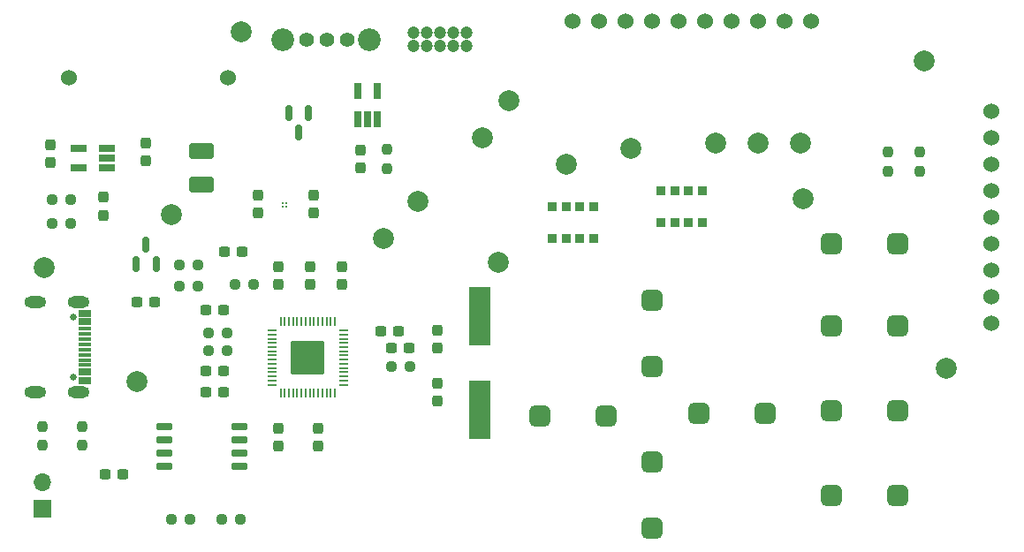
<source format=gbr>
%TF.GenerationSoftware,KiCad,Pcbnew,(6.0.5)*%
%TF.CreationDate,2022-08-05T12:45:28-07:00*%
%TF.ProjectId,RFIDice_V0_revised,52464944-6963-4655-9f56-305f72657669,rev?*%
%TF.SameCoordinates,Original*%
%TF.FileFunction,Soldermask,Top*%
%TF.FilePolarity,Negative*%
%FSLAX46Y46*%
G04 Gerber Fmt 4.6, Leading zero omitted, Abs format (unit mm)*
G04 Created by KiCad (PCBNEW (6.0.5)) date 2022-08-05 12:45:28*
%MOMM*%
%LPD*%
G01*
G04 APERTURE LIST*
G04 Aperture macros list*
%AMRoundRect*
0 Rectangle with rounded corners*
0 $1 Rounding radius*
0 $2 $3 $4 $5 $6 $7 $8 $9 X,Y pos of 4 corners*
0 Add a 4 corners polygon primitive as box body*
4,1,4,$2,$3,$4,$5,$6,$7,$8,$9,$2,$3,0*
0 Add four circle primitives for the rounded corners*
1,1,$1+$1,$2,$3*
1,1,$1+$1,$4,$5*
1,1,$1+$1,$6,$7*
1,1,$1+$1,$8,$9*
0 Add four rect primitives between the rounded corners*
20,1,$1+$1,$2,$3,$4,$5,0*
20,1,$1+$1,$4,$5,$6,$7,0*
20,1,$1+$1,$6,$7,$8,$9,0*
20,1,$1+$1,$8,$9,$2,$3,0*%
G04 Aperture macros list end*
%ADD10C,0.650000*%
%ADD11RoundRect,0.050800X-0.575000X0.287500X-0.575000X-0.287500X0.575000X-0.287500X0.575000X0.287500X0*%
%ADD12RoundRect,0.050800X-0.575000X0.137500X-0.575000X-0.137500X0.575000X-0.137500X0.575000X0.137500X0*%
%ADD13O,2.101600X1.101600*%
%ADD14R,0.900000X0.900000*%
%ADD15RoundRect,0.237500X0.237500X-0.250000X0.237500X0.250000X-0.237500X0.250000X-0.237500X-0.250000X0*%
%ADD16RoundRect,0.500000X-0.500000X-0.500000X0.500000X-0.500000X0.500000X0.500000X-0.500000X0.500000X0*%
%ADD17C,2.000000*%
%ADD18RoundRect,0.237500X0.300000X0.237500X-0.300000X0.237500X-0.300000X-0.237500X0.300000X-0.237500X0*%
%ADD19RoundRect,0.237500X0.250000X0.237500X-0.250000X0.237500X-0.250000X-0.237500X0.250000X-0.237500X0*%
%ADD20R,0.152400X0.152400*%
%ADD21RoundRect,0.237500X-0.237500X0.300000X-0.237500X-0.300000X0.237500X-0.300000X0.237500X0.300000X0*%
%ADD22RoundRect,0.237500X0.237500X-0.300000X0.237500X0.300000X-0.237500X0.300000X-0.237500X-0.300000X0*%
%ADD23C,1.524000*%
%ADD24RoundRect,0.150000X-0.150000X0.587500X-0.150000X-0.587500X0.150000X-0.587500X0.150000X0.587500X0*%
%ADD25RoundRect,0.150000X0.150000X-0.587500X0.150000X0.587500X-0.150000X0.587500X-0.150000X-0.587500X0*%
%ADD26RoundRect,0.237500X-0.250000X-0.237500X0.250000X-0.237500X0.250000X0.237500X-0.250000X0.237500X0*%
%ADD27RoundRect,0.237500X-0.237500X0.287500X-0.237500X-0.287500X0.237500X-0.287500X0.237500X0.287500X0*%
%ADD28RoundRect,0.500000X0.500000X-0.500000X0.500000X0.500000X-0.500000X0.500000X-0.500000X-0.500000X0*%
%ADD29RoundRect,0.150000X0.650000X0.150000X-0.650000X0.150000X-0.650000X-0.150000X0.650000X-0.150000X0*%
%ADD30RoundRect,0.237500X-0.300000X-0.237500X0.300000X-0.237500X0.300000X0.237500X-0.300000X0.237500X0*%
%ADD31C,1.422400*%
%ADD32C,2.184400*%
%ADD33RoundRect,0.500000X0.500000X0.500000X-0.500000X0.500000X-0.500000X-0.500000X0.500000X-0.500000X0*%
%ADD34RoundRect,0.500000X-0.500000X0.500000X-0.500000X-0.500000X0.500000X-0.500000X0.500000X0.500000X0*%
%ADD35R,1.560000X0.650000*%
%ADD36RoundRect,0.250001X-0.924999X0.499999X-0.924999X-0.499999X0.924999X-0.499999X0.924999X0.499999X0*%
%ADD37C,1.203200*%
%ADD38RoundRect,0.050000X0.050000X-0.387500X0.050000X0.387500X-0.050000X0.387500X-0.050000X-0.387500X0*%
%ADD39RoundRect,0.050000X0.387500X-0.050000X0.387500X0.050000X-0.387500X0.050000X-0.387500X-0.050000X0*%
%ADD40RoundRect,0.144000X1.456000X-1.456000X1.456000X1.456000X-1.456000X1.456000X-1.456000X-1.456000X0*%
%ADD41R,1.700000X1.700000*%
%ADD42O,1.700000X1.700000*%
%ADD43R,0.650000X1.560000*%
%ADD44R,2.100000X5.600000*%
G04 APERTURE END LIST*
D10*
%TO.C,X1*%
X82480000Y-80930000D03*
X82480000Y-86710000D03*
D11*
X83555000Y-80620000D03*
X83555000Y-81420000D03*
D12*
X83555000Y-82570000D03*
X83555000Y-83570000D03*
X83555000Y-84070000D03*
X83555000Y-85070000D03*
D11*
X83555000Y-87020000D03*
X83555000Y-86220000D03*
D12*
X83555000Y-85570000D03*
X83555000Y-84570000D03*
X83555000Y-83070000D03*
X83555000Y-82070000D03*
D13*
X82980000Y-79500000D03*
X82980000Y-88140000D03*
X78800000Y-79500000D03*
X78800000Y-88140000D03*
%TD*%
D14*
%TO.C,RN2*%
X128302000Y-73382000D03*
X129642000Y-73382000D03*
X130962000Y-73382000D03*
X132302000Y-73382000D03*
X132302000Y-70382000D03*
X130962000Y-70382000D03*
X129642000Y-70382000D03*
X128302000Y-70382000D03*
%TD*%
%TO.C,RN1*%
X138716000Y-71858000D03*
X140056000Y-71858000D03*
X141376000Y-71858000D03*
X142716000Y-71858000D03*
X142716000Y-68858000D03*
X141376000Y-68858000D03*
X140056000Y-68858000D03*
X138716000Y-68858000D03*
%TD*%
D15*
%TO.C,R7*%
X112522000Y-66698500D03*
X112522000Y-64873500D03*
%TD*%
D16*
%TO.C,SW8*%
X155067000Y-81788000D03*
X161417000Y-81788000D03*
%TD*%
D17*
%TO.C,TP13*%
X163957000Y-56388000D03*
%TD*%
%TO.C,TP12*%
X152400000Y-69596000D03*
%TD*%
%TO.C,TP16*%
X121666000Y-63754000D03*
%TD*%
%TO.C,TP2*%
X79629000Y-76200000D03*
%TD*%
%TO.C,TP7*%
X124206000Y-60198000D03*
%TD*%
D18*
%TO.C,C9*%
X98652500Y-74676000D03*
X96927500Y-74676000D03*
%TD*%
D17*
%TO.C,TP9*%
X144018000Y-64262000D03*
%TD*%
D19*
%TO.C,R15*%
X99718500Y-77855508D03*
X97893500Y-77855508D03*
%TD*%
D20*
%TO.C,U5*%
X102491800Y-70055994D03*
X102841800Y-70055994D03*
X102491800Y-70406006D03*
X102841800Y-70406006D03*
%TD*%
D21*
%TO.C,C12*%
X105918000Y-91593500D03*
X105918000Y-93318500D03*
%TD*%
D22*
%TO.C,C8*%
X105156000Y-77824500D03*
X105156000Y-76099500D03*
%TD*%
D23*
%TO.C,BT1*%
X97282000Y-58039000D03*
X82042000Y-58039000D03*
%TD*%
D18*
%TO.C,C21*%
X90270500Y-79502000D03*
X88545500Y-79502000D03*
%TD*%
D21*
%TO.C,C4*%
X105460800Y-69241500D03*
X105460800Y-70966500D03*
%TD*%
D24*
%TO.C,Q1*%
X104963000Y-61419500D03*
X103063000Y-61419500D03*
X104013000Y-63294500D03*
%TD*%
D19*
%TO.C,R14*%
X94384500Y-77978000D03*
X92559500Y-77978000D03*
%TD*%
D17*
%TO.C,TP10*%
X148082000Y-64262000D03*
%TD*%
%TO.C,TP15*%
X115443000Y-69850000D03*
%TD*%
D18*
%TO.C,C7*%
X96874500Y-80264000D03*
X95149500Y-80264000D03*
%TD*%
D23*
%TO.C,U2*%
X170434000Y-61214000D03*
X170434000Y-63754000D03*
X170434000Y-66294000D03*
X170434000Y-68834000D03*
X170434000Y-71374000D03*
X170434000Y-73914000D03*
X170434000Y-76454000D03*
X170434000Y-78994000D03*
X170434000Y-81534000D03*
%TD*%
D22*
%TO.C,C19*%
X117348000Y-83920500D03*
X117348000Y-82195500D03*
%TD*%
%TO.C,C14*%
X108204000Y-77824500D03*
X108204000Y-76099500D03*
%TD*%
D21*
%TO.C,C18*%
X117348000Y-87275500D03*
X117348000Y-89000500D03*
%TD*%
D17*
%TO.C,TP14*%
X166116000Y-85852000D03*
%TD*%
D25*
%TO.C,U3*%
X88458000Y-75867500D03*
X90358000Y-75867500D03*
X89408000Y-73992500D03*
%TD*%
D19*
%TO.C,R1*%
X82192500Y-69723000D03*
X80367500Y-69723000D03*
%TD*%
%TO.C,R4*%
X97203900Y-82499200D03*
X95378900Y-82499200D03*
%TD*%
D26*
%TO.C,R5*%
X96623500Y-100330000D03*
X98448500Y-100330000D03*
%TD*%
D27*
%TO.C,D1*%
X85344000Y-69483000D03*
X85344000Y-71233000D03*
%TD*%
D28*
%TO.C,SW4*%
X137922000Y-101219000D03*
X137922000Y-94869000D03*
%TD*%
D29*
%TO.C,U7*%
X98342000Y-95250000D03*
X98342000Y-93980000D03*
X98342000Y-92710000D03*
X98342000Y-91440000D03*
X91142000Y-91440000D03*
X91142000Y-92710000D03*
X91142000Y-93980000D03*
X91142000Y-95250000D03*
%TD*%
D16*
%TO.C,SW6*%
X155067000Y-98044000D03*
X161417000Y-98044000D03*
%TD*%
D30*
%TO.C,C15*%
X112929500Y-83947000D03*
X114654500Y-83947000D03*
%TD*%
D19*
%TO.C,R3*%
X97203900Y-84150200D03*
X95378900Y-84150200D03*
%TD*%
D18*
%TO.C,C6*%
X96874500Y-88138000D03*
X95149500Y-88138000D03*
%TD*%
D16*
%TO.C,SW9*%
X155067000Y-73914000D03*
X161417000Y-73914000D03*
%TD*%
D26*
%TO.C,R13*%
X92559500Y-75946000D03*
X94384500Y-75946000D03*
%TD*%
D17*
%TO.C,TP3*%
X88519000Y-87122000D03*
%TD*%
D19*
%TO.C,R8*%
X114704500Y-85725000D03*
X112879500Y-85725000D03*
%TD*%
D31*
%TO.C,SW1*%
X108712004Y-54356000D03*
X106712004Y-54356000D03*
X104812004Y-54356000D03*
D32*
X110812004Y-54356000D03*
X102512004Y-54356000D03*
%TD*%
D26*
%TO.C,R2*%
X80367500Y-72009000D03*
X82192500Y-72009000D03*
%TD*%
D33*
%TO.C,SW5*%
X148717000Y-90170000D03*
X142367000Y-90170000D03*
%TD*%
D34*
%TO.C,SW2*%
X137922000Y-79375000D03*
X137922000Y-85725000D03*
%TD*%
D17*
%TO.C,TP4*%
X98552000Y-53594000D03*
%TD*%
%TO.C,TP5*%
X129667000Y-66294000D03*
%TD*%
D26*
%TO.C,R6*%
X91797500Y-100330000D03*
X93622500Y-100330000D03*
%TD*%
D35*
%TO.C,U1*%
X85678000Y-66675000D03*
X85678000Y-65725000D03*
X85678000Y-64775000D03*
X82978000Y-64775000D03*
X82978000Y-66675000D03*
%TD*%
D17*
%TO.C,TP11*%
X152146000Y-64262000D03*
%TD*%
%TO.C,TP1*%
X112141000Y-73406000D03*
%TD*%
D15*
%TO.C,R11*%
X160528000Y-66952500D03*
X160528000Y-65127500D03*
%TD*%
D36*
%TO.C,C20*%
X94742000Y-65050000D03*
X94742000Y-68300000D03*
%TD*%
D18*
%TO.C,C11*%
X96874500Y-86106000D03*
X95149500Y-86106000D03*
%TD*%
D37*
%TO.C,J2*%
X120142000Y-53721000D03*
X120142000Y-54991000D03*
X118872000Y-53721000D03*
X118872000Y-54991000D03*
X117602000Y-53721000D03*
X117602000Y-54991000D03*
X116332000Y-53721000D03*
X116332000Y-54991000D03*
X115062000Y-53721000D03*
X115062000Y-54991000D03*
%TD*%
D21*
%TO.C,C3*%
X100126800Y-69241500D03*
X100126800Y-70966500D03*
%TD*%
D38*
%TO.C,U6*%
X102302000Y-88273500D03*
X102702000Y-88273500D03*
X103102000Y-88273500D03*
X103502000Y-88273500D03*
X103902000Y-88273500D03*
X104302000Y-88273500D03*
X104702000Y-88273500D03*
X105102000Y-88273500D03*
X105502000Y-88273500D03*
X105902000Y-88273500D03*
X106302000Y-88273500D03*
X106702000Y-88273500D03*
X107102000Y-88273500D03*
X107502000Y-88273500D03*
D39*
X108339500Y-87436000D03*
X108339500Y-87036000D03*
X108339500Y-86636000D03*
X108339500Y-86236000D03*
X108339500Y-85836000D03*
X108339500Y-85436000D03*
X108339500Y-85036000D03*
X108339500Y-84636000D03*
X108339500Y-84236000D03*
X108339500Y-83836000D03*
X108339500Y-83436000D03*
X108339500Y-83036000D03*
X108339500Y-82636000D03*
X108339500Y-82236000D03*
D38*
X107502000Y-81398500D03*
X107102000Y-81398500D03*
X106702000Y-81398500D03*
X106302000Y-81398500D03*
X105902000Y-81398500D03*
X105502000Y-81398500D03*
X105102000Y-81398500D03*
X104702000Y-81398500D03*
X104302000Y-81398500D03*
X103902000Y-81398500D03*
X103502000Y-81398500D03*
X103102000Y-81398500D03*
X102702000Y-81398500D03*
X102302000Y-81398500D03*
D39*
X101464500Y-82236000D03*
X101464500Y-82636000D03*
X101464500Y-83036000D03*
X101464500Y-83436000D03*
X101464500Y-83836000D03*
X101464500Y-84236000D03*
X101464500Y-84636000D03*
X101464500Y-85036000D03*
X101464500Y-85436000D03*
X101464500Y-85836000D03*
X101464500Y-86236000D03*
X101464500Y-86636000D03*
X101464500Y-87036000D03*
X101464500Y-87436000D03*
D40*
X104902000Y-84836000D03*
%TD*%
D16*
%TO.C,SW7*%
X155067000Y-89916000D03*
X161417000Y-89916000D03*
%TD*%
%TO.C,SW3*%
X127127000Y-90424000D03*
X133477000Y-90424000D03*
%TD*%
D41*
%TO.C,J1*%
X79502000Y-99314000D03*
D42*
X79502000Y-96774000D03*
%TD*%
D43*
%TO.C,U4*%
X109669500Y-61976000D03*
X110619500Y-61976000D03*
X111569500Y-61976000D03*
X111569500Y-59276000D03*
X109669500Y-59276000D03*
%TD*%
D18*
%TO.C,C16*%
X87222500Y-96012000D03*
X85497500Y-96012000D03*
%TD*%
D15*
%TO.C,R10*%
X79502000Y-93241500D03*
X79502000Y-91416500D03*
%TD*%
%TO.C,R12*%
X163576000Y-66952500D03*
X163576000Y-65127500D03*
%TD*%
D21*
%TO.C,C1*%
X80264000Y-64415500D03*
X80264000Y-66140500D03*
%TD*%
D17*
%TO.C,TP18*%
X91821000Y-71120000D03*
%TD*%
D22*
%TO.C,C10*%
X102108000Y-77824500D03*
X102108000Y-76099500D03*
%TD*%
D17*
%TO.C,TP17*%
X123190000Y-75692000D03*
%TD*%
D21*
%TO.C,C2*%
X89408000Y-64288500D03*
X89408000Y-66013500D03*
%TD*%
D22*
%TO.C,C17*%
X109982000Y-66648500D03*
X109982000Y-64923500D03*
%TD*%
D15*
%TO.C,R9*%
X83312000Y-93241500D03*
X83312000Y-91416500D03*
%TD*%
D44*
%TO.C,Y1*%
X121412000Y-80844000D03*
X121412000Y-89844000D03*
%TD*%
D17*
%TO.C,TP8*%
X135890000Y-64770000D03*
%TD*%
D21*
%TO.C,C13*%
X102108000Y-91593500D03*
X102108000Y-93318500D03*
%TD*%
D30*
%TO.C,C5*%
X111913500Y-82296000D03*
X113638500Y-82296000D03*
%TD*%
D23*
%TO.C,U8*%
X153162000Y-52578000D03*
X150622000Y-52578000D03*
X148082000Y-52578000D03*
X145542000Y-52578000D03*
X143002000Y-52578000D03*
X140462000Y-52578000D03*
X137922000Y-52578000D03*
X135382000Y-52578000D03*
X132842000Y-52578000D03*
X130302000Y-52578000D03*
%TD*%
M02*

</source>
